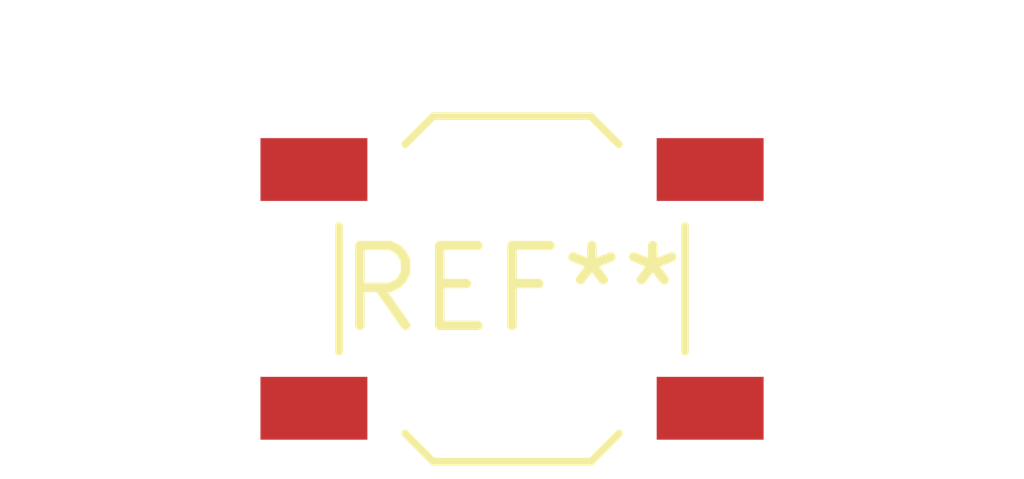
<source format=kicad_pcb>
(kicad_pcb (version 20240108) (generator pcbnew)
  (layers (0 "F.Cu" signal) (31 "B.Cu" signal) (34 "B.Paste" user) (35 "F.Paste" user) (36 "B.SilkS" user "B.Silkscreen") (37 "F.SilkS" user "F.Silkscreen") (38 "B.Mask" user) (39 "F.Mask" user) (44 "Edge.Cuts" user))
  (net 0 "")
  (footprint "SW_SPST_TL3342" (layer "F.Cu") (at 0 0)
    (property "Reference" "REF**")
    (property "Value" "SW_SPST_TL3342")
    (fp_line (start -2.75 -1) (end -2.75 1) (layer "F.SilkS") (stroke (width 0.12)))
    (fp_line (start -1.7 -2.3) (end -1.25 -2.75) (layer "F.SilkS") (stroke (width 0.12)))
    (fp_line (start -1.7 2.3) (end -1.25 2.75) (layer "F.SilkS") (stroke (width 0.12)))
    (fp_line (start -1.25 -2.75) (end 1.25 -2.75) (layer "F.SilkS") (stroke (width 0.12)))
    (fp_line (start -1.25 2.75) (end 1.25 2.75) (layer "F.SilkS") (stroke (width 0.12)))
    (fp_line (start 1.7 -2.3) (end 1.25 -2.75) (layer "F.SilkS") (stroke (width 0.12)))
    (fp_line (start 1.7 2.3) (end 1.25 2.75) (layer "F.SilkS") (stroke (width 0.12)))
    (fp_line (start 2.75 -1) (end 2.75 1) (layer "F.SilkS") (stroke (width 0.12)))
    (pad "1" smd rect (at -3.15 -1.9) (size 1.7 1) (layers "F.Cu" "F.Paste" "F.Mask"))
    (pad "1" smd rect (at 3.15 -1.9) (size 1.7 1) (layers "F.Cu" "F.Paste" "F.Mask"))
    (pad "2" smd rect (at -3.15 1.9) (size 1.7 1) (layers "F.Cu" "F.Paste" "F.Mask"))
    (pad "2" smd rect (at 3.15 1.9) (size 1.7 1) (layers "F.Cu" "F.Paste" "F.Mask"))
  )
)
</source>
